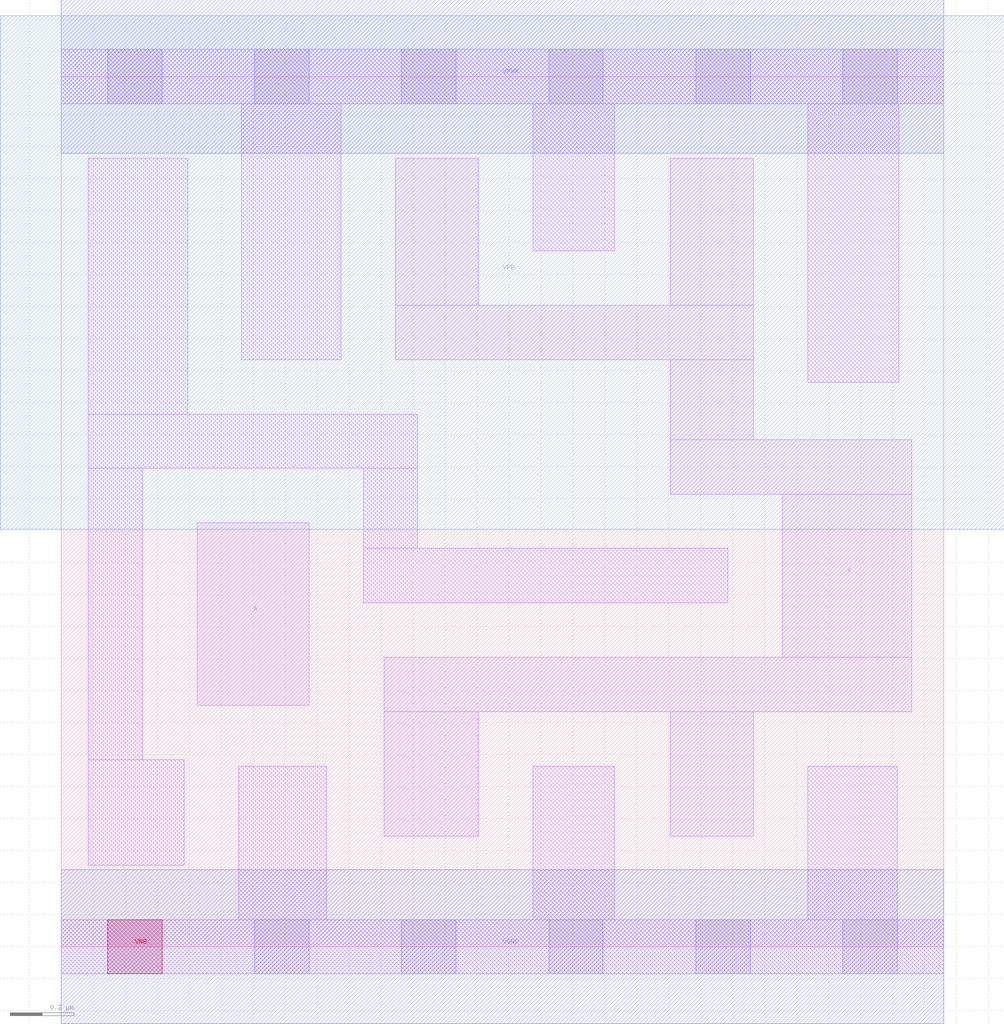
<source format=lef>
# Copyright 2020 The SkyWater PDK Authors
#
# Licensed under the Apache License, Version 2.0 (the "License");
# you may not use this file except in compliance with the License.
# You may obtain a copy of the License at
#
#     https://www.apache.org/licenses/LICENSE-2.0
#
# Unless required by applicable law or agreed to in writing, software
# distributed under the License is distributed on an "AS IS" BASIS,
# WITHOUT WARRANTIES OR CONDITIONS OF ANY KIND, either express or implied.
# See the License for the specific language governing permissions and
# limitations under the License.
#
# SPDX-License-Identifier: Apache-2.0

VERSION 5.7 ;
  NOWIREEXTENSIONATPIN ON ;
  DIVIDERCHAR "/" ;
  BUSBITCHARS "[]" ;
MACRO sky130_fd_sc_hd__clkbuf_4
  CLASS CORE ;
  FOREIGN sky130_fd_sc_hd__clkbuf_4 ;
  ORIGIN  0.000000  0.000000 ;
  SIZE  2.760000 BY  2.720000 ;
  SYMMETRY X Y R90 ;
  SITE unithd ;
  PIN A
    ANTENNAGATEAREA  0.213000 ;
    DIRECTION INPUT ;
    USE SIGNAL ;
    PORT
      LAYER li1 ;
        RECT 0.425000 0.755000 0.775000 1.325000 ;
    END
  END A
  PIN VNB
    PORT
      LAYER pwell ;
        RECT 0.145000 -0.085000 0.315000 0.085000 ;
    END
  END VNB
  PIN VPB
    PORT
      LAYER nwell ;
        RECT -0.190000 1.305000 2.950000 2.910000 ;
    END
  END VPB
  PIN X
    ANTENNADIFFAREA  0.795200 ;
    DIRECTION OUTPUT ;
    USE SIGNAL ;
    PORT
      LAYER li1 ;
        RECT 1.010000 0.345000 1.305000 0.735000 ;
        RECT 1.010000 0.735000 2.660000 0.905000 ;
        RECT 1.045000 1.835000 2.165000 2.005000 ;
        RECT 1.045000 2.005000 1.305000 2.465000 ;
        RECT 1.905000 0.345000 2.165000 0.735000 ;
        RECT 1.905000 1.415000 2.660000 1.585000 ;
        RECT 1.905000 1.585000 2.165000 1.835000 ;
        RECT 1.905000 2.005000 2.165000 2.465000 ;
        RECT 2.255000 0.905000 2.660000 1.415000 ;
    END
  END X
  PIN VGND
    DIRECTION INOUT ;
    SHAPE ABUTMENT ;
    USE GROUND ;
    PORT
      LAYER met1 ;
        RECT 0.000000 -0.240000 2.760000 0.240000 ;
    END
  END VGND
  PIN VPWR
    DIRECTION INOUT ;
    SHAPE ABUTMENT ;
    USE POWER ;
    PORT
      LAYER met1 ;
        RECT 0.000000 2.480000 2.760000 2.960000 ;
    END
  END VPWR
  OBS
    LAYER li1 ;
      RECT 0.000000 -0.085000 2.760000 0.085000 ;
      RECT 0.000000  2.635000 2.760000 2.805000 ;
      RECT 0.085000  0.255000 0.385000 0.585000 ;
      RECT 0.085000  0.585000 0.255000 1.495000 ;
      RECT 0.085000  1.495000 1.115000 1.665000 ;
      RECT 0.085000  1.665000 0.395000 2.465000 ;
      RECT 0.555000  0.085000 0.830000 0.565000 ;
      RECT 0.565000  1.835000 0.875000 2.635000 ;
      RECT 0.945000  1.075000 2.085000 1.245000 ;
      RECT 0.945000  1.245000 1.115000 1.495000 ;
      RECT 1.475000  0.085000 1.730000 0.565000 ;
      RECT 1.475000  2.175000 1.730000 2.635000 ;
      RECT 2.335000  0.085000 2.615000 0.565000 ;
      RECT 2.335000  1.765000 2.620000 2.635000 ;
    LAYER mcon ;
      RECT 0.145000 -0.085000 0.315000 0.085000 ;
      RECT 0.145000  2.635000 0.315000 2.805000 ;
      RECT 0.605000 -0.085000 0.775000 0.085000 ;
      RECT 0.605000  2.635000 0.775000 2.805000 ;
      RECT 1.065000 -0.085000 1.235000 0.085000 ;
      RECT 1.065000  2.635000 1.235000 2.805000 ;
      RECT 1.525000 -0.085000 1.695000 0.085000 ;
      RECT 1.525000  2.635000 1.695000 2.805000 ;
      RECT 1.985000 -0.085000 2.155000 0.085000 ;
      RECT 1.985000  2.635000 2.155000 2.805000 ;
      RECT 2.445000 -0.085000 2.615000 0.085000 ;
      RECT 2.445000  2.635000 2.615000 2.805000 ;
  END
END sky130_fd_sc_hd__clkbuf_4
END LIBRARY

</source>
